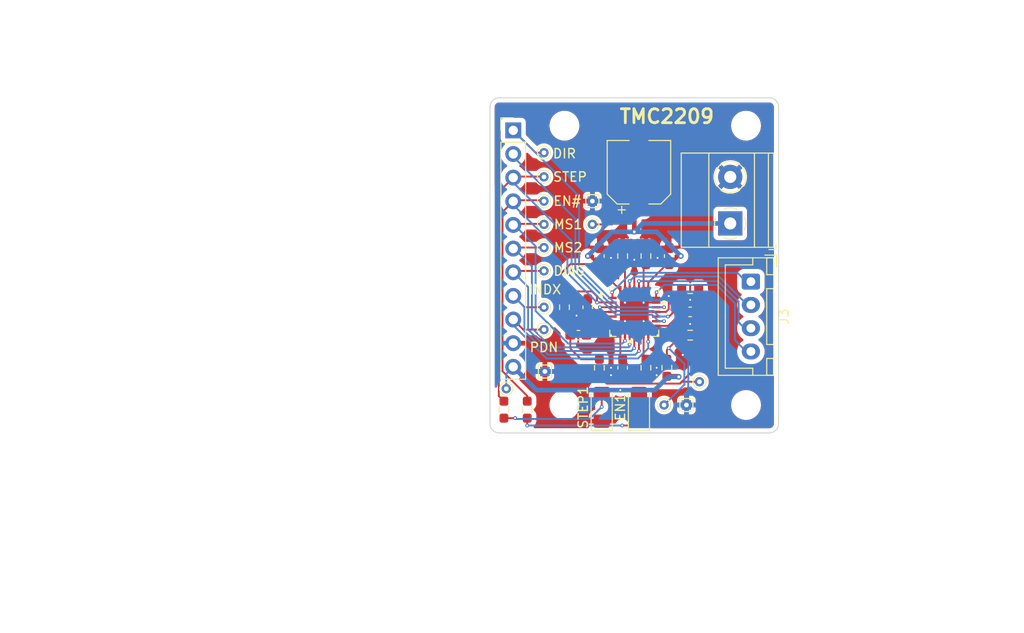
<source format=kicad_pcb>
(kicad_pcb (version 20240108) (generator "pcbnew") (generator_version "8.0")
  (layers (0 "F.Cu" signal) (31 "B.Cu" signal) (34 "B.Paste" user) (35 "F.Paste" user) (36 "B.SilkS" user "B.Silkscreen") (37 "F.SilkS" user "F.Silkscreen") (38 "B.Mask" user) (39 "F.Mask" user) (44 "Edge.Cuts" user))
  (net 0 "")
  (net 1 "GND")
  (net 2 "+3V3")
  (net 3 "/VCC_IO")
  (net 4 "+5V")
  (net 5 "/CPI")
  (net 6 "/CPO")
  (net 7 "/VCP")
  (net 8 "/VS")
  (net 9 "/EN#")
  (net 10 "/DIR")
  (net 11 "/MS1")
  (net 12 "/MS2")
  (net 13 "/STEP")
  (net 14 "/DIAG")
  (net 15 "/INDEX")
  (net 16 "/PDN_UART")
  (net 17 "/OA1")
  (net 18 "/OA2")
  (net 19 "/OB1")
  (net 20 "/OB2")
  (net 21 "/BRB")
  (net 22 "/BRA")
  (net 23 "/VREF")
  (net 24 "/CLK")
  (net 25 "Net-(STEP1-Pad2)")
  (net 26 "Net-(EN1-Pad1)")
  (footprint "TestPoint:TestPoint_THTPad_D1.0mm_Drill0.5mm" (layer "F.Cu") (at 147.3 43.9)
    (property "Reference" "TP2" (hide yes))
    (property "Value" "DIR" (at 2.2 0.1 0) (layer "F.SilkS"))
    (pad "1" thru_hole circle (at 0 0) (size 1 1) (drill 0.5) (layers "*.Cu" "*.Mask") (net 10 "/DIR"))
  )
  (footprint "TestPoint:TestPoint_THTPad_1.0x1.0mm_Drill0.5mm" (layer "F.Cu") (at 152.5 49.1)
    (property "Reference" "TP20" (hide yes))
    (property "Value" "TestPoint")
    (pad "1" thru_hole rect (at 0 0) (size 1 1) (drill 0.5) (layers "*.Cu" "*.Mask") (net 1 "GND"))
  )
  (footprint "MountingHole:MountingHole_2.2mm_M2" (layer "F.Cu") (at 149.5 71)
    (property "Reference" "H2" (hide yes))
    (property "Value" "MountingHole")
    (pad "" np_thru_hole circle (at 0 0) (size 2.2 2.2) (drill 2.2) (layers "*.Cu" "*.Mask"))
  )
  (footprint "Capacitor_SMD:C_0603_1608Metric_Pad1.08x0.95mm_HandSolder" (layer "F.Cu") (at 163 61)
    (property "Reference" "C4" (hide yes))
    (property "Value" "100n")
    (pad "1" smd roundrect (at -0.8625 0) (size 1.075 0.95) (layers "F.Cu" "F.Paste" "F.Mask") (net 3 "/VCC_IO"))
    (pad "2" smd roundrect (at 0.8625 0) (size 1.075 0.95) (layers "F.Cu" "F.Paste" "F.Mask") (net 1 "GND"))
  )
  (footprint "TestPoint:TestPoint_THTPad_D1.0mm_Drill0.5mm" (layer "F.Cu") (at 164 68.5)
    (property "Reference" "TP15" (hide yes))
    (property "Value" "TestPoint")
    (pad "1" thru_hole circle (at 0 0) (size 1 1) (drill 0.5) (layers "*.Cu" "*.Mask") (net 4 "+5V"))
  )
  (footprint "TestPoint:TestPoint_THTPad_D1.0mm_Drill0.5mm" (layer "F.Cu") (at 147.3 54.1)
    (property "Reference" "TP4" (hide yes))
    (property "Value" "MS2" (at 2.6 0 0) (layer "F.SilkS"))
    (pad "1" thru_hole circle (at 0 0) (size 1 1) (drill 0.5) (layers "*.Cu" "*.Mask") (net 12 "/MS2"))
  )
  (footprint "Connector_JST:JST_XH_B4B-XH-A_1x04_P2.50mm_Vertical" (layer "F.Cu") (at 169.525 57.75 -90)
    (property "Reference" "J3" (at 3.75 -3.55 90) (layer "F.SilkS"))
    (property "Value" "Conn_01x04")
    (pad "1" thru_hole roundrect (at 0 0 270) (size 1.7 1.95) (drill 0.95) (layers "*.Cu" "*.Mask") (roundrect_rratio 0.147059) (net 20 "/OB2"))
    (pad "2" thru_hole oval (at 2.5 0 270) (size 1.7 1.95) (drill 0.95) (layers "*.Cu" "*.Mask") (net 19 "/OB1"))
    (pad "3" thru_hole oval (at 5 0 270) (size 1.7 1.95) (drill 0.95) (layers "*.Cu" "*.Mask") (net 17 "/OA1"))
    (pad "4" thru_hole oval (at 7.5 0 270) (size 1.7 1.95) (drill 0.95) (layers "*.Cu" "*.Mask") (net 18 "/OA2"))
  )
  (footprint "TestPoint:TestPoint_THTPad_D1.0mm_Drill0.5mm" (layer "F.Cu") (at 147.3 56.6)
    (property "Reference" "TP6" (hide yes))
    (property "Value" "DIAG" (at 2.7 0 0) (layer "F.SilkS"))
    (pad "1" thru_hole circle (at 0 0) (size 1 1) (drill 0.5) (layers "*.Cu" "*.Mask") (net 14 "/DIAG"))
  )
  (footprint "TestPoint:TestPoint_THTPad_1.0x1.0mm_Drill0.5mm" (layer "F.Cu") (at 162.6 71)
    (property "Reference" "TP19" (hide yes))
    (property "Value" "TestPoint")
    (pad "1" thru_hole rect (at 0 0) (size 1 1) (drill 0.5) (layers "*.Cu" "*.Mask") (net 1 "GND"))
  )
  (footprint "Resistor_SMD:R_0603_1608Metric_Pad0.98x0.95mm_HandSolder" (layer "F.Cu") (at 160.5 67 -90)
    (property "Reference" "R6" (hide yes))
    (property "Value" "0")
    (pad "1" smd roundrect (at -0.9125 0 270) (size 0.975 0.95) (layers "F.Cu" "F.Paste" "F.Mask") (net 3 "/VCC_IO"))
    (pad "2" smd roundrect (at 0.9125 0 270) (size 0.975 0.95) (layers "F.Cu" "F.Paste" "F.Mask") (net 2 "+3V3"))
  )
  (footprint "Capacitor_SMD:C_0603_1608Metric_Pad1.08x0.95mm_HandSolder" (layer "F.Cu") (at 155.75 67 -90)
    (property "Reference" "C1" (hide yes))
    (property "Value" "2.2u")
    (pad "1" smd roundrect (at -0.8625 0 270) (size 1.075 0.95) (layers "F.Cu" "F.Paste" "F.Mask") (net 4 "+5V"))
    (pad "2" smd roundrect (at 0.8625 0 270) (size 1.075 0.95) (layers "F.Cu" "F.Paste" "F.Mask") (net 1 "GND"))
  )
  (footprint "LED_SMD:LED_1206_3216Metric_Pad1.42x1.75mm_HandSolder" (layer "F.Cu") (at 153.5 71.25 90)
    (property "Reference" "STEP1" (at 0 -2 90) (layer "F.SilkS"))
    (property "Value" "GREEN")
    (pad "1" smd roundrect (at -1.4875 0 90) (size 1.425 1.75) (layers "F.Cu" "F.Paste" "F.Mask") (roundrect_rratio 0.1754392982) (net 1 "GND"))
    (pad "2" smd roundrect (at 1.4875 0 90) (size 1.425 1.75) (layers "F.Cu" "F.Paste" "F.Mask") (roundrect_rratio 0.1754392982) (net 25 "Net-(STEP1-Pad2)"))
  )
  (footprint "MountingHole:MountingHole_2.2mm_M2" (layer "F.Cu") (at 149.5 41)
    (property "Reference" "H1" (hide yes))
    (property "Value" "MountingHole")
    (pad "" np_thru_hole circle (at 0 0) (size 2.2 2.2) (drill 2.2) (layers "*.Cu" "*.Mask"))
  )
  (footprint "TestPoint:TestPoint_THTPad_D1.0mm_Drill0.5mm" (layer "F.Cu") (at 147.3 49.1)
    (property "Reference" "TP1" (hide yes))
    (property "Value" "EN#" (at 2.5 0 0) (layer "F.SilkS"))
    (pad "1" thru_hole circle (at 0 0) (size 1 1) (drill 0.5) (layers "*.Cu" "*.Mask") (net 9 "/EN#"))
  )
  (footprint "TMC2208-LA:TMC2208-LA" (layer "F.Cu") (at 157 61)
    (property "Reference" "U1")
    (property "Value" "TMC2208-LA" (hide yes))
    (fp_text user "*" (at -3.5893 -1.5 0) (layer "F.SilkS"))
    (pad "1" smd rect (at -2.3471 -1.5 90) (size 0.2548 0.909599) (layers "F.Cu" "F.Paste" "F.Mask") (net 20 "/OB2"))
    (pad "2" smd rect (at -2.3471 -1.000001 90) (size 0.2548 0.909599) (layers "F.Cu" "F.Paste" "F.Mask") (net 9 "/EN#"))
    (pad "3" smd rect (at -2.3471 -0.499999 90) (size 0.2548 0.909599) (layers "F.Cu" "F.Paste" "F.Mask") (net 1 "GND"))
    (pad "4" smd rect (at -2.3471 0 90) (size 0.2548 0.909599) (layers "F.Cu" "F.Paste" "F.Mask") (net 6 "/CPO"))
    (pad "5" smd rect (at -2.3471 0.499999 90) (size 0.2548 0.909599) (layers "F.Cu" "F.Paste" "F.Mask") (net 5 "/CPI"))
    (pad "6" smd rect (at -2.3471 1.000001 90) (size 0.2548 0.909599) (layers "F.Cu" "F.Paste" "F.Mask") (net 7 "/VCP"))
    (pad "7" smd rect (at -2.3471 1.5 90) (size 0.2548 0.909599) (layers "F.Cu" "F.Paste" "F.Mask") (net 1 "GND"))
    (pad "8" smd rect (at -1.5 2.3471) (size 0.2548 0.909599) (layers "F.Cu" "F.Paste" "F.Mask") (net 4 "+5V"))
    (pad "9" smd rect (at -1.000001 2.3471) (size 0.2548 0.909599) (layers "F.Cu" "F.Paste" "F.Mask") (net 11 "/MS1"))
    (pad "10" smd rect (at -0.499999 2.3471) (size 0.2548 0.909599) (layers "F.Cu" "F.Paste" "F.Mask") (net 12 "/MS2"))
    (pad "11" smd rect (at 0 2.3471) (size 0.2548 0.909599) (layers "F.Cu" "F.Paste" "F.Mask") (net 14 "/DIAG"))
    (pad "12" smd rect (at 0.499999 2.3471) (size 0.2548 0.909599) (layers "F.Cu" "F.Paste" "F.Mask") (net 15 "/INDEX"))
    (pad "13" smd rect (at 1.000001 2.3471) (size 0.2548 0.909599) (layers "F.Cu" "F.Paste" "F.Mask") (net 24 "/CLK"))
    (pad "14" smd rect (at 1.5 2.3471) (size 0.2548 0.909599) (layers "F.Cu" "F.Paste" "F.Mask") (net 16 "/PDN_UART"))
    (pad "15" smd rect (at 2.3471 1.5 90) (size 0.2548 0.909599) (layers "F.Cu" "F.Paste" "F.Mask") (net 3 "/VCC_IO"))
    (pad "16" smd rect (at 2.3471 1.000001 90) (size 0.2548 0.909599) (layers "F.Cu" "F.Paste" "F.Mask") (net 13 "/STEP"))
    (pad "17" smd rect (at 2.3471 0.499999 90) (size 0.2548 0.909599) (layers "F.Cu" "F.Paste" "F.Mask") (net 23 "/VREF"))
    (pad "18" smd rect (at 2.3471 0 90) (size 0.2548 0.909599) (layers "F.Cu" "F.Paste" "F.Mask") (net 1 "GND"))
    (pad "19" smd rect (at 2.3471 -0.499999 90) (size 0.2548 0.909599) (layers "F.Cu" "F.Paste" "F.Mask") (net 10 "/DIR"))
    (pad "20" smd rect (at 2.3471 -1.000001 90) (size 0.2548 0.909599) (layers "F.Cu" "F.Paste" "F.Mask") (net 1 "GND"))
    (pad "21" smd rect (at 2.3471 -1.5 90) (size 0.2548 0.909599) (layers "F.Cu" "F.Paste" "F.Mask") (net 18 "/OA2"))
    (pad "22" smd rect (at 1.5 -2.3471) (size 0.2548 0.909599) (layers "F.Cu" "F.Paste" "F.Mask") (net 8 "/VS"))
    (pad "23" smd rect (at 1.000001 -2.3471) (size 0.2548 0.909599) (layers "F.Cu" "F.Paste" "F.Mask") (net 22 "/BRA"))
    (pad "24" smd rect (at 0.499999 -2.3471) (size 0.2548 0.909599) (layers "F.Cu" "F.Paste" "F.Mask") (net 17 "/OA1"))
    (pad "25" smd rect (at 0 -2.3471) (size 0.2548 0.909599) (layers "F.Cu" "F.Paste" "F.Mask") (net 1 "GND"))
    (pad "26" smd rect (at -0.499999 -2.3471) (size 0.2548 0.909599) (layers "F.Cu" "F.Paste" "F.Mask") (net 19 "/OB1"))
    (pad "27" smd rect (at -1.000001 -2.3471) (size 0.2548 0.909599) (layers "F.Cu" "F.Paste" "F.Mask") (net 21 "/BRB"))
    (pad "28" smd rect (at -1.5 -2.3471) (size 0.2548 0.909599) (layers "F.Cu" "F.Paste" "F.Mask") (net 8 "/VS"))
    (pad "29" smd rect (at 0 0) (size 3.0988 3.0988) (layers "F.Cu" "F.Paste" "F.Mask") (net 1 "GND"))
  )
  (footprint "Resistor_SMD:R_0603_1608Metric_Pad0.98x0.95mm_HandSolder" (layer "F.Cu") (at 158.25 55 -90)
    (property "Reference" "R3" (hide yes))
    (property "Value" "0.75")
    (pad "1" smd roundrect (at -0.9125 0 270) (size 0.975 0.95) (layers "F.Cu" "F.Paste" "F.Mask") (net 1 "GND"))
    (pad "2" smd roundrect (at 0.9125 0 270) (size 0.975 0.95) (layers "F.Cu" "F.Paste" "F.Mask") (net 22 "/BRA"))
  )
  (footprint "Resistor_SMD:R_0603_1608Metric_Pad0.98x0.95mm_HandSolder" (layer "F.Cu") (at 153.25 67 -90)
    (property "Reference" "R8" (hide yes))
    (property "Value" "0")
    (pad "1" smd roundrect (at -0.9125 0 270) (size 0.975 0.95) (layers "F.Cu" "F.Paste" "F.Mask") (net 8 "/VS"))
    (pad "2" smd roundrect (at 0.9125 0 270) (size 0.975 0.95) (layers "F.Cu" "F.Paste" "F.Mask") (net 4 "+5V"))
  )
  (footprint "Capacitor_SMD:C_0603_1608Metric_Pad1.08x0.95mm_HandSolder" (layer "F.Cu") (at 153.25 55 90)
    (property "Reference" "C5" (hide yes))
    (property "Value" "100n")
    (pad "1" smd roundrect (at -0.8625 0 90) (size 1.075 0.95) (layers "F.Cu" "F.Paste" "F.Mask") (net 8 "/VS"))
    (pad "2" smd roundrect (at 0.8625 0 90) (size 1.075 0.95) (layers "F.Cu" "F.Paste" "F.Mask") (net 1 "GND"))
  )
  (footprint "LED_SMD:LED_1206_3216Metric_Pad1.42x1.75mm_HandSolder" (layer "F.Cu") (at 157.5 71.25 90)
    (property "Reference" "EN1" (at 0 -2 90) (layer "F.SilkS"))
    (property "Value" "RED")
    (pad "1" smd roundrect (at -1.4875 0 90) (size 1.425 1.75) (layers "F.Cu" "F.Paste" "F.Mask") (roundrect_rratio 0.1754392982) (net 26 "Net-(EN1-Pad1)"))
    (pad "2" smd roundrect (at 1.4875 0 90) (size 1.425 1.75) (layers "F.Cu" "F.Paste" "F.Mask") (roundrect_rratio 0.1754392982) (net 2 "+3V3"))
  )
  (footprint "Connector_PinHeader_2.54mm:PinHeader_1x11_P2.54mm_Vertical" (layer "F.Cu") (at 144 41.5)
    (property "Reference" "J1" (hide yes))
    (property "Value" "Conn_01x11")
    (pad "1" thru_hole rect (at 0 0) (size 1.7 1.7) (drill 1) (layers "*.Cu" "*.Mask") (net 10 "/DIR"))
    (pad "2" thru_hole oval (at 0 2.54) (size 1.7 1.7) (drill 1) (layers "*.Cu" "*.Mask") (net 23 "/VREF"))
    (pad "3" thru_hole oval (at 0 5.08) (size 1.7 1.7) (drill 1) (layers "*.Cu" "*.Mask") (net 13 "/STEP"))
    (pad "4" thru_hole oval (at 0 7.62) (size 1.7 1.7) (drill 1) (layers "*.Cu" "*.Mask") (net 9 "/EN#"))
    (pad "5" thru_hole oval (at 0 10.16) (size 1.7 1.7) (drill 1) (layers "*.Cu" "*.Mask") (net 11 "/MS1"))
    (pad "6" thru_hole oval (at 0 12.7) (size 1.7 1.7) (drill 1) (layers "*.Cu" "*.Mask") (net 12 "/MS2"))
    (pad "7" thru_hole oval (at 0 15.24) (size 1.7 1.7) (drill 1) (layers "*.Cu" "*.Mask") (net 14 "/DIAG"))
    (pad "8" thru_hole oval (at 0 17.78) (size 1.7 1.7) (drill 1) (layers "*.Cu" "*.Mask") (net 15 "/INDEX"))
    (pad "9" thru_hole oval (at 0 20.32) (size 1.7 1.7) (drill 1) (layers "*.Cu" "*.Mask") (net 16 "/PDN_UART"))
    (pad "10" thru_hole oval (at 0 22.86) (size 1.7 1.7) (drill 1) (layers "*.Cu" "*.Mask") (net 1 "GND"))
    (pad "11" thru_hole oval (at 0 25.4) (size 1.7 1.7) (drill 1) (layers "*.Cu" "*.Mask") (net 2 "+3V3"))
  )
  (footprint "Resistor_SMD:R_0603_1608Metric_Pad0.98x0.95mm_HandSolder" (layer "F.Cu") (at 143 71.5 -90)
    (property "Reference" "R10" (hide yes))
    (property "Value" "100")
    (pad "1" smd roundrect (at -0.9125 0 270) (size 0.975 0.95) (layers "F.Cu" "F.Paste" "F.Mask") (net 13 "/STEP"))
    (pad "2" smd roundrect (at 0.9125 0 270) (size 0.975 0.95) (layers "F.Cu" "F.Paste" "F.Mask") (net 25 "Net-(STEP1-Pad2)"))
  )
  (footprint "TestPoint:TestPoint_THTPad_D1.0mm_Drill0.5mm" (layer "F.Cu") (at 147.3 60.5)
    (property "Reference" "TP7" (hide yes))
    (property "Value" "INDX" (at 0.1 -1.9 0) (layer "F.SilkS"))
    (pad "1" thru_hole circle (at 0 0) (size 1 1) (drill 0.5) (layers "*.Cu" "*.Mask") (net 15 "/INDEX"))
  )
  (footprint "Resistor_SMD:R_0603_1608Metric_Pad0.98x0.95mm_HandSolder" (layer "F.Cu") (at 155.75 55 90)
    (property "Reference" "R2" (hide yes))
    (property "Value" "0.75")
    (pad "1" smd roundrect (at -0.9125 0 90) (size 0.975 0.95) (layers "F.Cu" "F.Paste" "F.Mask") (net 21 "/BRB"))
    (pad "2" smd roundrect (at 0.9125 0 90) (size 0.975 0.95) (layers "F.Cu" "F.Paste" "F.Mask") (net 1 "GND"))
  )
  (footprint "Capacitor_SMD:C_0603_1608Metric_Pad1.08x0.95mm_HandSolder" (layer "F.Cu") (at 151 63.5 180)
    (property "Reference" "C3" (hide yes))
    (property "Value" "100n")
    (pad "1" smd roundrect (at -0.8625 0 180) (size 1.075 0.95) (layers "F.Cu" "F.Paste" "F.Mask") (net 7 "/VCP"))
    (pad "2" smd roundrect (at 0.8625 0 180) (size 1.075 0.95) (layers "F.Cu" "F.Paste" "F.Mask") (net 8 "/VS"))
  )
  (footprint "TestPoint:TestPoint_THTPad_D1.0mm_Drill0.5mm" (layer "F.Cu") (at 147.3 46.5)
    (property "Reference" "TP5" (hide yes))
    (property "Value" "STEP" (at 2.8 0 0) (layer "F.SilkS"))
    (pad "1" thru_hole circle (at 0 0) (size 1 1) (drill 0.5) (layers "*.Cu" "*.Mask") (net 13 "/STEP"))
  )
  (footprint "Resistor_SMD:R_0603_1608Metric_Pad0.98x0.95mm_HandSolder" (layer "F.Cu") (at 149.5 60.5 90)
    (property "Reference" "R1" (hide yes))
    (property "Value" "0")
    (pad "1" smd roundrect (at -0.9125 0 90) (size 0.975 0.95) (layers "F.Cu" "F.Paste" "F.Mask") (net 1 "GND"))
    (pad "2" smd roundrect (at 0.9125 0 90) (size 0.975 0.95) (layers "F.Cu" "F.Paste" "F.Mask") (net 9 "/EN#"))
  )
  (footprint "Resistor_SMD:R_0603_1608Metric_Pad0.98x0.95mm_HandSolder" (layer "F.Cu") (at 158.25 67 90)
    (property "Reference" "R7" (hide yes))
    (property "Value" "0")
    (pad "1" smd roundrect (at -0.9125 0 90) (size 0.975 0.95) (layers "F.Cu" "F.Paste" "F.Mask") (net 1 "GND"))
    (pad "2" smd roundrect (at 0.9125 0 90) (size 0.975 0.95) (layers "F.Cu" "F.Paste" "F.Mask") (net 24 "/CLK"))
  )
  (footprint "MountingHole:MountingHole_2.2mm_M2" (layer "F.Cu") (at 169 41)
    (property "Reference" "H4" (hide yes))
    (property "Value" "MountingHole")
    (pad "" np_thru_hole circle (at 0 0) (size 2.2 2.2) (drill 2.2) (layers "*.Cu" "*.Mask"))
  )
  (footprint "Capacitor_SMD:C_0603_1608Metric_Pad1.08x0.95mm_HandSolder" (layer "F.Cu") (at 152 60.5 90)
    (property "Reference" "C2" (hide yes))
    (property "Value" "22n")
    (pad "1" smd roundrect (at -0.8625 0 90) (size 1.075 0.95) (layers "F.Cu" "F.Paste" "F.Mask") (net 5 "/CPI"))
    (pad "2" smd roundrect (at 0.8625 0 90) (size 1.075 0.95) (layers "F.Cu" "F.Paste" "F.Mask") (net 6 "/CPO"))
  )
  (footprint "TerminalBlock_Phoenix:TerminalBlock_Phoenix_MKDS-1,5-2_1x02_P5.00mm_Horizontal" (layer "F.Cu") (at 167.305 51.5 90)
    (property "Reference" "J4" (hide yes))
    (property "Value" "Conn_01x02")
    (pad "1" thru_hole rect (at 0 0 90) (size 2.6 2.6) (drill 1.3) (layers "*.Cu" "*.Mask") (net 8 "/VS"))
    (pad "2" thru_hole circle (at 5 0 90) (size 2.6 2.6) (drill 1.3) (layers "*.Cu" "*.Mask") (net 1 "GND"))
  )
  (footprint "TestPoint:TestPoint_THTPad_D1.0mm_Drill0.5mm" (layer "F.Cu") (at 147.3 51.6)
    (property "Reference" "TP3" (hide yes))
    (property "Value" "MS1" (at 2.6 0 0) (layer "F.SilkS"))
    (pad "1" thru_hole circle (at 0 0) (size 1 1) (drill 0.5) (layers "*.Cu" "*.Mask") (net 11 "/MS1"))
  )
  (footprint "Capacitor_SMD:CP_Elec_6.3x5.4" (layer "F.Cu") (at 157.5 46 90)
    (property "Reference" "C7" (hide yes))
    (property "Value" "100u")
    (pad "1" smd roundrect (at -2.8 0 90) (size 3.5 1.6) (layers "F.Cu" "F.Paste" "F.Mask") (roundrect_rratio 0.15625) (net 8 "/VS"))
    (pad "2" smd roundrect (at 2.8 0 90) (size 3.5 1.6) (layers "F.Cu" "F.Paste" "F.Mask") (roundrect_rratio 0.15625) (net 1 "GND"))
  )
  (footprint "Capacitor_SMD:C_0603_1608Metric_Pad1.08x0.95mm_HandSolder" (layer "F.Cu") (at 160.75 55 90)
    (property "Reference" "C6" (hide yes))
    (property "Value" "100n")
    (pad "1" smd roundrect (at -0.8625 0 90) (size 1.075 0.95) (layers "F.Cu" "F.Paste" "F.Mask") (net 8 "/VS"))
    (pad "2" smd roundrect (at 0.8625 0 90) (size 1.075 0.95) (layers "F.Cu" "F.Paste" "F.Mask") (net 1 "GND"))
  )
  (footprint "TestPoint:TestPoint_THTPad_D1.0mm_Drill0.5mm" (layer "F.Cu") (at 152.5 51.6)
    (property "Reference" "TP14" (hide yes))
    (property "Value" "TestPoint")
    (pad "1" thru_hole circle (at 0 0) (size 1 1) (drill 0.5) (layers "*.Cu" "*.Mask") (net 8 "/VS"))
  )
  (footprint "Resistor_SMD:R_0603_1608Metric_Pad0.98x0.95mm_HandSolder" (layer "F.Cu") (at 163 58.5 180)
    (property "Reference" "R5" (hide yes))
    (property "Value" "33k")
    (pad "1" smd roundrect (at -0.9125 0 180) (size 0.975 0.95) (layers "F.Cu" "F.Paste" "F.Mask") (net 4 "+5V"))
    (pad "2" smd roundrect (at 0.9125 0 180) (size 0.975 0.95) (layers "F.Cu" "F.Paste" "F.Mask") (net 23 "/VREF"))
  )
  (footprint "MountingHole:MountingHole_2.2mm_M2" (layer "F.Cu") (at 169 71)
    (property "Reference" "H3" (hide yes))
    (property "Value" "MountingHole")
    (pad "" np_thru_hole circle (at 0 0) (size 2.2 2.2) (drill 2.2) (layers "*.Cu" "*.Mask"))
  )
  (footprint "TestPoint:TestPoint_THTPad_D1.0mm_Drill0.5mm" (layer "F.Cu") (at 160.2 71)
    (property "Reference" "TP12" (hide yes))
    (property "Value" "TestPoint")
    (pad "1" thru_hole circle (at 0 0) (size 1 1) (drill 0.5) (layers "*.Cu" "*.Mask") (net 3 "/VCC_IO"))
  )
  (footprint "Fiducial:Fiducial_0.5mm_Mask1.5mm" (layer "F.Cu") (at 153.5 41)
    (property "Reference" "FID1" (hide yes))
    (property "Value" "Fiducial")
    (pad "" smd circle (at 0 0) (size 0.5 0.5) (layers "F.Cu" "F.Mask") (clearance 0.5))
  )
  (footprint "TestPoint:TestPoint_THTPad_1.0x1.0mm_Drill0.5mm" (layer "F.Cu") (at 147.4 67.4)
    (property "Reference" "TP18" (hide yes))
    (property "Value" "TestPoint")
    (pad "1" thru_hole rect (at 0 0) (size 1 1) (drill 0.5) (layers "*.Cu" "*.Mask") (net 1 "GND"))
  )
  (footprint "Fiducial:Fiducial_0.5mm_Mask1.5mm" (layer "F.Cu") (at 165 71)
    (property "Reference" "FID2" (hide yes))
    (property "Value" "Fiducial")
    (pad "" smd circle (at 0 0) (size 0.5 0.5) (layers "F.Cu" "F.Mask") (clearance 0.5))
  )
  (footprint "Resistor_SMD:R_0603_1608Metric_Pad0.98x0.95mm_HandSolder" (layer "F.Cu") (at 163 63.5)
    (property "Reference" "R4" (hide yes))
    (property "Value" "0")
    (pad "1" smd roundrect (at -0.9125 0) (size 0.975 0.95) (layers "F.Cu" "F.Paste" "F.Mask") (net 3 "/VCC_IO"))
    (pad "2" smd roundrect (at 0.9125 0) (size 0.975 0.95) (layers "F.Cu" "F.Paste" "F.Mask") (net 4 "+5V"))
  )
  (footprint "TestPoint:TestPoint_THTPad_D1.0mm_Drill0.5mm" (layer "F.Cu") (at 143.25 69.25)
    (property "Reference" "TP16" (hide yes))
    (property "Value" "TestPoint")
    (pad "1" thru_hole circle (at 0 0) (size 1 1) (drill 0.5) (layers "*.Cu" "*.Mask") (net 2 "+3V3"))
  )
  (footprint "Resistor_SMD:R_0603_1608Metric_Pad0.98x0.95mm_HandSolder" (layer "F.Cu") (at 145.5 71.5 90)
    (property "Reference" "R9" (hide yes))
    (property "Value" "100")
    (pad "1" smd roundrect (at -0.9125 0 90) (size 0.975 0.95) (layers "F.Cu" "F.Paste" "F.Mask") (net 26 "Net-(EN1-Pad1)"))
    (pad "2" smd roundrect (at 0.9125 0 90) (size 0.975 0.95) (layers "F.Cu" "F.Paste" "F.Mask") (net 9 "/EN#"))
  )
  (footprint "TestPoint:TestPoint_THTPad_D1.0mm_Drill0.5mm" (layer "F.Cu") (at 147.3 62.9)
    (property "Reference" "TP8" (hide yes))
    (property "Value" "PDN" (at 0 1.9 0) (layer "F.SilkS"))
    (pad "1" thru_hole circle (at 0 0) (size 1 1) (drill 0.5) (layers "*.Cu" "*.Mask") (net 16 "/PDN_UART"))
  )
  (gr_line (start 141.5 73) (end 141.5 39) (stroke (width 0.1)) (layer "Edge.Cuts"))
  (gr_arc (start 141.5 39) (mid 141.792893 38.292893) (end 142.5 38) (stroke (width 0.1)) (layer "Edge.Cuts"))
  (gr_arc (start 171.5 38) (mid 172.207107 38.292893) (end 172.5 39) (stroke (width 0.1)) (layer "Edge.Cuts"))
  (gr_line (start 171.5 74) (end 142.5 74) (stroke (width 0.1)) (layer "Edge.Cuts"))
  (gr_line (start 172.5 39) (end 172.5 73) (stroke (width 0.1)) (layer "Edge.Cuts"))
  (gr_line (start 157 38) (end 142.5 38) (stroke (width 0.1)) (layer "Edge.Cuts"))
  (gr_line (start 157 38) (end 171.5 38) (stroke (width 0.1)) (layer "Edge.Cuts"))
  (gr_arc (start 142.5 74) (mid 141.792893 73.707107) (end 141.5 73) (stroke (width 0.1)) (layer "Edge.Cuts"))
  (gr_arc (start 172.5 73) (mid 172.207107 73.707107) (end 171.5 74) (stroke (width 0.1)) (layer "Edge.Cuts"))
  (gr_text "TMC2209\n" (at 160.5 40 0) (layer "F.SilkS") (effects (font (size 1.5 1.5) (thickness 0.3))))
  (segment (start 154.6529 60.500001) (end 153.3 60.5) (width 0.2) (layer "F.Cu") (net 1))
  (segment (start 160.407107 61) (end 160.7 60.707107) (width 0.2) (layer "F.Cu") (net 1))
  (segment (start 150.975 64.575) (end 151.4 65) (width 0.2) (layer "F.Cu") (net 1))
  (segment (start 155.5 62.5) (end 154.6529 62.5) (width 0.2) (layer "F.Cu") (net 1))
  (segment (start 160.7 60.707107) (end 160.7 59.3) (width 0.2) (layer "F.Cu") (net 1))
  (segment (start 157 61) (end 156.500001 60.500001) (width 0.2) (layer "F.Cu") (net 1))
  (segment (start 154.6529 63.3471) (end 154.5 63.5) (width 0.2) (layer "F.Cu") (net 1))
  (segment (start 163 64.83514) (end 163 62.3) (width 0.2) (layer "F.Cu") (net 1))
  (segment (start 156.500001 60.500001) (end 154.6529 60.500001) (width 0.2) (layer "F.Cu") (net 1))
  (segment (start 157 61) (end 157 58.6529) (width 0.2) (layer "F.Cu") (net 1))
  (segment (start 162.21757 65.61757) (end 163 64.83514) (width 0.2) (layer "F.Cu") (net 1))
  (segment (start 154.6529 62.5) (end 154.6529 63.3471) (width 0.2) (layer "F.Cu") (net 1))
  (segment (start 150.975 61.575) (end 150.975 64.575) (width 0.2) (layer "F.Cu") (net 1))
  (segment (start 163 59.7) (end 163 57.4) (width 0.2) (layer "F.Cu") (net 1))
  (segment (start 159.4 67) (end 160.83514 67) (width 0.2) (layer "F.Cu") (net 1))
  (segment (start 160.83514 67) (end 162.21757 65.61757) (width 0.2) (layer "F.Cu") (net 1))
  (segment (start 157 58.6529) (end 157 55.4) (width 0.2) (layer "F.Cu") (net 1))
  (segment (start 150.8 61.4) (end 150.975 61.575) (width 0.2) (layer "F.Cu") (net 1))
  (segment (start 157 61) (end 159.3471 61) (width 0.2) (layer "F.Cu") (net 1))
  (segment (start 158 60) (end 159.3471 59.999999) (width 0.2) (layer "F.Cu") (net 1))
  (segment (start 159.3471 61) (end 160.407107 61) (width 0.2) (layer "F.Cu") (net 1))
  (segment (start 156 62) (end 155.5 62.5) (width 0.2) (layer "F.Cu") (net 1))
  (segment (start 154.5 67) (end 152.2 67) (width 0.2) (layer "F.Cu") (net 1))
  (via (at 153.3 60.5) (size 0.4) (drill 0.2) (layers "F.Cu" "B.Cu") (net 1))
  (via (at 159.5 63.5) (size 0.4) (drill 0.2) (layers "F.Cu" "B.Cu") (net 1))
  (via (at 156 60) (size 0.4) (drill 0.2) (layers "F.Cu" "B.Cu") (net 1))
  (via (at 158 62) (size 0.4) (drill 0.2) (layers "F.Cu" "B.Cu") (net 1))
  (via (at 162.21757 65.61757) (size 0.4) (drill 0.2) (layers "F.Cu" "B.Cu") (net 1))
  (via (at 154.5 67.8) (size 0.4) (drill 0.2) (layers "F.Cu" "B.Cu") (net 1))
  (via (at 159.4 67.8) (size 0.4) (drill 0.2) (layers "F.Cu" "B.Cu") (net 1))
  (via (at 163 59.7) (size 0.4) (drill 0.2) (layers "F.Cu" "B.Cu") (net 1))
  (via (at 163 62.3) (size 0.4) (drill 0.2) (layers "F.Cu" "B.Cu") (net 1))
  (via (at 158 60) (size 0.4) (drill 0.2) (layers "F.Cu" "B.Cu") (net 1))
  (via (at 154.5 55.2) (size 0.4) (drill 0.2) (layers "F.Cu" "B.Cu") (net 1))
  (via (at 156 62) (size 0.4) (drill 0.2) (layers "F.Cu" "B.Cu") (net 1))
  (via (at 150.8 61.4) (size 0.4) (drill 0.2) (layers "F.Cu" "B.Cu") (net 1))
  (via (at 159.5 55.2) (size 0.4) (drill 0.2) (layers "F.Cu" "B.Cu") (net 1))
  (via (at 157 55.4) (size 0.4) (drill 0.2) (layers "F.Cu" "B.Cu") (net 1))
  (via (at 160.7 59.3) (size 0.4) (drill 0.2) (layers "F.Cu" "B.Cu") (net 1))
  (via (at 154.5 63.5) (size 0.4) (drill 0.2) (layers "F.Cu" "B.Cu") (net 1))
  (via (at 159.4 67) (size 0.4) (drill 0.2) (layers "F.Cu" "B.Cu") (net 1))
  (via (at 154.5 67) (size 0.4) (drill 0.2) (layers "F.Cu" "B.Cu") (net 1))
  (segment (start 162.8 70.8) (end 162.8 66.2) (width 0.2) (layer "B.Cu") (net 1))
  (segment (start 156 60) (end 156 59.5) (width 0.2) (layer "B.Cu") (net 1))
  (segment (start 162.8 66.2) (end 162.21757 65.61757) (width 0.2) (layer "B.Cu") (net 1))
  (segment (start 162.6 71) (end 162.8 70.8) (width 0.2) (layer "B.Cu") (net 1))
  (segment (start 158 60) (end 158 59.5) (width 0.2) (layer "B.Cu") (net 1))
  (segment (start 161.776089 67.976089) (end 161.7125 67.9125) (width 0.5) (layer "F.Cu") (net 2))
  (segment (start 157.137499 69.399999) (end 155.500001 69.399999) (width 0.2) (layer "F.Cu") (net 2))
  (segment (start 157.5 69.7625) (end 157.137499 69.399999) (width 0.2) (layer "F.Cu") (net 2))
  (segment (start 161.7125 67.9125) (end 160.5 67.9125) (width 0.5) (layer "F.Cu") (net 2))
  (via (at 155.500001 69.399999) (size 0.4) (drill 0.2) (layers "F.Cu" "B.Cu") (net 2))
  (via (at 161.776089 67.976089) (size 0.6) (drill 0.3) (layers "F.Cu" "B.Cu") (net 2))
  (segment (start 160.623911 67.976089) (end 159.200001 69.399999) (width 0.5) (layer "B.Cu") (net 2))
  (segment (start 146.499999 69.399999) (end 144 66.9) (width 0.5) (layer "B.Cu") (net 2))
  (segment (start 143.25 67.65) (end 144 66.9) (width 0.2) (layer "B.Cu") (net 2))
  (segment (start 161.776089 67.976089) (end 160.623911 67.976089) (width 0.5) (layer "B.Cu") (net 2))
  (segment (start 159.200001 69.399999) (end 155.500001 69.399999) (width 0.5) (layer "B.Cu") (net 2))
  (segment (start 155.500001 69.399999) (end 146.499999 69.399999) (width 0.5) (layer "B.Cu") (net 2))
  (segment (start 143.25 69.25) (end 143.25 67.65) (width 0.2) (layer "B.Cu") (net 2))
  (segment (start 160.69375 64.89375) (end 162.0875 63.5) (width 0.2) (layer "F.Cu") (net 3))
  (segment (start 159.3471 62.5) (end 160.6375 62.5) (width 0.2) (layer "F.Cu") (net 3))
  (segment (start 162.0875 63.5) (end 162.0875 61.05) (width 0.2) (layer "F.Cu") (net 3))
  (segment (start 160.6375 62.5) (end 162.1375 61) (width 0.2) (layer "F.Cu") (net 3))
  (segment (start 160.5 66.0875) (end 160.5 65.0875) (width 0.2) (layer "F.Cu") (net 3))
  (segment (start 162.0875 61.05) (end 162.1375 61) (width 0.2) (layer "F.Cu") (net 3))
  (segment (start 160.5 65.0875) (end 160.69375 64.89375) (width 0.2) (layer "F.Cu") (net 3))
  (via (at 160.69375 64.89375) (size 0.4) (drill 0.2) (layers "F.Cu" "B.Cu") (net 3))
  (segment (start 160.69375 64.89375) (end 162.376089 66.576089) (width 0.2) (layer "B.Cu") (net 3))
  (segment (start 160.2 71) (end 162.376089 68.823911) (width 0.2) (layer "B.Cu") (net 3))
  (segment (start 162.376089 66.576089) (end 162.376089 68.823911) (width 0.2) (layer "B.Cu") (net 3))
  (segment (start 155.5 65.8875) (end 155.5 63.3471) (width 0.2) (layer "F.Cu") (net 4))
  (segment (start 164.7 59.2875) (end 163.9125 58.5) (width 0.2) (layer "F.Cu") (net 4))
  (segment (start 154.0375 68.7) (end 153.25 67.9125) (width 0.2) (layer "F.Cu") (net 4))
  (segment (start 164 68.5) (end 162.1 68.5) (width 0.2) (layer "F.Cu") (net 4))
  (segment (start 161.9 68.7) (end 157.1 68.7) (width 0.2) (layer "F.Cu") (net 4))
  (segment (start 157.1 67.4875) (end 157.1 68.7) (width 0.2) (layer "F.Cu") (net 4))
  (segment (start 164.7 62.7125) (end 164.7 59.2875) (width 0.2) (layer "F.Cu") (net 4))
  (segment (start 163.9125 63.5) (end 163.9125 66.6875) (width 0.2) (layer "F.Cu") (net 4))
  (segment (start 155.75 66.1375) (end 155.5 65.8875) (width 0.2) (layer "F.Cu") (net 4))
  (segment (start 157.1 68.7) (end 154.0375 68.7) (width 0.2) (layer "F.Cu") (net 4))
  (segment (start 163.9125 66.6875) (end 161.9 68.7) (width 0.2) (layer "F.Cu") (net 4))
  (segment (start 155.75 66.1375) (end 157.1 67.4875) (width 0.2) (layer "F.Cu") (net 4))
  (segment (start 163.9125 63.5) (end 164.7 62.7125) (width 0.2) (layer "F.Cu") (net 4))
  (segment (start 162.1 68.5) (end 161.9 68.7) (width 0.2) (layer "F.Cu") (net 4))
  (segment (start 152.137499 61.499999) (end 154.6529 61.499999) (width 0.2) (layer "F.Cu") (net 5))
  (segment (start 152 61.3625) (end 152.137499 61.499999) (width 0.2) (layer "F.Cu") (net 5))
  (segment (start 153 61) (end 154.6529 61) (width 0.2) (layer "F.Cu") (net 6))
  (segment (start 152 60) (end 153 61) (width 0.2) (layer "F.Cu") (net 6))
  (segment (start 152 59.6375) (end 152 60) (width 0.2) (layer "F.Cu") (net 6))
  (segment (start 153.999999 62.000001) (end 154.6529 62.000001) (width 0.2) (layer "F.Cu") (net 7))
  (segment (start 152.5 63.5) (end 153.999999 62.000001) (width 0.2) (layer "F.Cu") (net 7))
  (segment (start 151.8625 63.5) (end 152.5 63.5) (width 0.2) (layer "F.Cu") (net 7))
  (segment (start 158.5 57.8625) (end 158.5 58.6529) (width 0.2) (layer "F.Cu") (net 8))
  (segment (start 150.1375 63.5) (end 150.1375 63.4375) (width 0.2) (layer "F.Cu") (net 8))
  (segment (start 154.6 51.6) (end 157.4 48.8) (width 0.2) (layer "F.Cu") (net 8))
  (segment (start 157.4 48.8) (end 157.5 48.8) (width 0.2) (layer "F.Cu") (net 8))
  (segment (start 152.5 51.6) (end 154.6 51.6) (width 0.2) (layer "F.Cu") (net 8))
  (segment (start 153 56.1529) (end 155.5 58.6529) (width 0.2) (layer "F.Cu") (net 8))
  (segment (start 157 49.2) (end 157.5 48.7) (width 0.5) (layer "F.Cu") (net 8))
  (segment (start 148.5 57.5) (end 150.1375 55.8625) (width 0.2) (layer "F.Cu") (net 8))
  (segment (start 150.1375 64.9375) (end 151.2875 66.0875) (width 0.2) (layer "F.Cu") (net 8))
  (segment (start 157 52.4) (end 157 49.3) (width 0.5) (layer "F.Cu") (net 8))
  (segment (start 152.3875 55) (end 153.25 55.8625) (width 0.5) (layer "F.Cu") (net 8))
  (segment (start 152 55) (end 152.3875 55) (width 0.5) (layer "F.Cu") (net 8))
  (segment (start 150.1375 55.8625) (end 153.25 55.8625) (width 0.2) (layer "F.Cu") (net 8))
  (segment (start 150.1375 63.5) (end 150.1375 64.9375) (width 0.2) (layer "F.Cu") (net 8))
  (segment (start 153.25 55.8625) (end 153.25 56.1529) (width 0.2) (layer "F.Cu") (net 8))
  (segment (start 150.1375 63.4375) (end 148.5 61.8) (width 0.2) (layer "F.Cu") (net 8))
  (segment (start 151.2875 66.0875) (end 153.25 66.0875) (width 0.2) (layer "F.Cu") (net 8))
  (segment (start 157 49.3) (end 157.5 48.8) (width 0.5) (layer "F.Cu") (net 8))
  (segment (start 162 55) (end 161.6125 55) (width 0.5) (layer "F.Cu") (net 8))
  (segment (start 160.5 55.8625) (end 158.5 57.8625) (width 0.2) (layer "F.Cu") (net 8))
  (segment (start 148.5 61.8) (end 148.5 57.5) (width 0.2) (layer "F.Cu") (net 8))
  (segment (start 161.6125 55) (end 160.75 55.8625) (width 0.5) (layer "F.Cu") (net 8))
  (via (at 152 55) (size 0.6) (drill 0.3) (layers "F.Cu" "B.Cu") (net 8))
  (via (at 157 52.4) (size 0.6) (drill 0.3) (layers "F.Cu" "B.Cu") (net 8))
  (via (at 162 55) (size 0.6) (drill 0.3) (layers "F.Cu" "B.Cu") (net 8))
  (segment (start 167.305 51.5) (end 157.9 51.5) (width 0.5) (layer "B.Cu") (net 8))
  (segment (start 159.4 52.4) (end 162 55) (width 0.5) (layer "B.Cu") (net 8))
  (segment (start 157 52.4) (end 159.4 52.4) (width 0.5) (layer "B.Cu") (net 8))
  (segment (start 157.9 51.5) (end 157 52.4) (width 0.5) (layer "B.Cu") (net 8))
  (segment (start 154.6 52.4) (end 152 55) (width 0.5) (layer "B.Cu") (net 8))
  (segment (start 157 52.4) (end 154.6 52.4) (width 0.5) (layer "B.Cu") (net 8))
  (segment (start 152.996218 59.983164) (end 152.996218 59.336078) (width 0.2) (layer "F.Cu") (net 9))
  (segment (start 152.46014 58.8) (end 150.2875 58.8) (width 0.2) (layer "F.Cu") (net 9))
  (segment (start 152.996218 59.983164) (end 154.636065 59.983164) (width 0.2) (layer "F.Cu") (net 9))
  (segment (start 144 49.12) (end 142.85 50.27) (width 0.2) (layer "F.Cu") (net 9))
  (segment (start 144 49.005) (end 147.205 49.005) (width 0.2) (layer "F.Cu") (net 9))
  (segment (start 150.2875 58.8) (end 149.5 59.5875) (width 0.2) (layer "F.Cu") (net 9))
  (segment (start 154.636065 59.983164) (end 154.6529 59.999999) (width 0.2) (layer "F.Cu") (net 9))
  (segment (start 142.85 50.27) (end 142.85 67.376346) (width 0.2) (layer "F.Cu") (net 9))
  (segment (start 145.5 70.026346) (end 145.5 70.5875) (width 0.2) (layer "F.Cu") (net 9))
  (segment (start 142.85 67.376346) (end 145.5 70.026346) (width 0.2) (layer "F.Cu") (net 9))
  (segment (start 152.996218 59.336078) (end 152.46014 58.8) (width 0.2) (layer "F.Cu") (net 9))
  (segment (start 147.205 49.005) (end 147.3 49.1) (width 0.2) (layer "F.Cu") (net 9))
  (via (at 152.996218 59.983164) (size 0.4) (drill 0.2) (layers "F.Cu" "B.Cu") (net 9))
  (segment (start 149.817157 55.317157) (end 144 49.5) (width 0.2) (layer "B.Cu") (net 9))
  (segment (start 152.497979 59.484925) (end 152.484925 59.484925) (width 0.2) (layer "B.Cu") (net 9))
  (segment (start 152.996218 59.983164) (end 152.497979 59.484925) (width 0.2) (layer "B.Cu") (net 9))
  (segment (start 152.484925 59.484925) (end 149.817157 56.817157) (width 0.2) (layer "B.Cu") (net 9))
  (segment (start 149.817157 56.817157) (end 149.817157 55.317157) (width 0.2) (layer "B.Cu") (net 9))
  (segment (start 144 49.5) (end 144 49.005) (width 0.2) (layer "B.Cu") (net 9))
  (segment (start 146.4 43.9) (end 144 41.5) (width 0.2) (layer "F.Cu") (net 10))
  (segment (start 159.3471 60.500001) (end 160.2 60.5) (width 0.2) (layer "F.Cu") (net 10))
  (segment (start 146.4 43.9) (end 147.3 43.9) (width 0.2) (layer "F.Cu") (net 10))
  (via (at 160.2 60.5) (size 0.4) (drill 0.2) (layers "F.Cu" "B.Cu") (net 10))
  (segment (start 151.067157 56.215624) (end 151.067157 48.567157) (width 0.2) (layer "B.Cu") (net 10))
  (segment (start 151.067157 48.567157) (end 144 41.5) (width 0.2) (layer "B.Cu") (net 10))
  (segment (start 160.2 60.5) (end 155.351533 60.5) (width 0.2) (layer "B.Cu") (net 10))
  (segment (start 155.351533 60.5) (end 151.067157 56.215624) (width 0.2) (layer "B.Cu") (net 10))
  (segment (start 144 51.545) (end 147.245 51.545) (width 0.2) (layer "F.Cu") (net 11))
  (segment (start 155.999999 63.3471) (end 156 64.1) (width 0.2) (layer "F.Cu") (net 11))
  (segment (start 147.245 51.545) (end 147.3 51.6) (width 0.2) (layer "F.Cu") (net 11))
  (via (at 156 64.1) (size 0.4) (drill 0.2) (layers "F.Cu" "B.Cu") (net 11))
  (segment (start 156 64.1) (end 155.7 64.4) (width 0.2) (layer "B.Cu") (net 11))
  (segment (start 155.7 64.4) (end 149.9 64.4) (width 0.2) (layer "B.Cu") (net 11))
  (segment (start 148.1 62.6) (end 148.1 62.568629) (width 0.2) (layer "B.Cu") (net 11))
  (segment (start 147.6 62.1) (end 146.4 60.9) (width 0.2) (layer "B.Cu") (net 11))
  (segment (start 147.631371 62.1) (end 147.6 62.1) (width 0.2) (layer "B.Cu") (net 11))
  (segment (start 146.4 53.945) (end 144 51.545) (width 0.2) (layer "B.Cu") (net 11))
  (segment (start 146.4 60.9) (end 146.4 53.945) (width 0.2) (layer "B.Cu") (net 11))
  (segment (start 149.9 64.4) (end 148.1 62.6) (width 0.2) (layer "B.Cu") (net 11))
  (segment (start 148.1 62.568629) (end 147.631371 62.1) (width 0.2) (layer "B.Cu") (net 11))
  (segment (start 156.500001 63.3471) (end 156.5 64.5) (width 0.2) (layer "F.Cu") (net 12))
  (segment (start 147.285 54.085) (end 147.3 54.1) (width 0.2) (layer "F.Cu") (net 12))
  (segment (start 144 54.085) (end 147.285 54.085) (width 0.2) (layer "F.Cu") (net 12))
  (via (at 156.5 64.5) (size 0.4) (drill 0.2) (layers "F.Cu" "B.Cu") (net 12))
  (segment (start 146 56.085) (end 144 54.085) (width 0.2) (layer "B.Cu") (net 12))
  (segment (start 156.5 64.7) (end 156.4 64.8) (width 0.2) (layer "B.Cu") (net 12))
  (segment (start 148.068629 64.8) (end 146 62.731371) (width 0.2) (layer "B.Cu") (net 12))
  (segment (start 146 62.731371) (end 146 56.085) (width 0.2) (layer "B.Cu") (net 12))
  (segment (start 156.5 64.5) (end 156.5 64.7) (width 0.2) (layer "B.Cu") (net 12))
  (segment (start 156.4 64.8) (end 148.068629 64.8) (width 0.2) (layer "B.Cu") (net 12))
  (segment (start 144 46.58) (end 142.45 48.13) (width 0.2) (layer "F.Cu") (net 13))
  (segment (start 142.45 70.0375) (end 143 70.5875) (width 0.2) (layer "F.Cu") (net 13))
  (segment (start 142.45 48.13) (end 142.45 70.0375) (width 0.2) (layer "F.Cu") (net 13))
  (segment (start 147.265 46.465) (end 147.3 46.5) (width 0.2) (layer "F.Cu") (net 13))
  (segment (start 159.3471 62.000001) (end 160.2 62) (width 0.2) (layer "F.Cu") (net 13))
  (segment (start 144 46.465) (end 147.265 46.465) (width 0.2) (layer "F.Cu") (net 13))
  (via (at 160.2 62) (size 0.4) (drill 0.2) (layers "F.Cu" "B.Cu") (net 13))
  (segment (start 155.020161 61.3) (end 150.267157 56.546996) (width 0.2) (layer "B.Cu") (net 13))
  (segment (start 160.2 62) (end 159.6 62) (width 0.2) (layer "B.Cu") (net 13))
  (segment (start 158.9 61.3) (end 155.020161 61.3) (width 0.2) (layer "B.Cu") (net 13))
  (segment (start 150.267157 53.367157) (end 144 47.1) (width 0.2) (layer "B.Cu") (net 13))
  (segment (start 150.267157 56.546996) (end 150.267157 53.367157) (width 0.2) (layer "B.Cu") (net 13))
  (segment (start 159.6 62) (end 158.9 61.3) (width 0.2) (layer "B.Cu") (net 13))
  (segment (start 144.14 56.6) (end 144 56.74) (width 0.2) (layer "F.Cu") (net 14))
  (segment (start 156.985931 64.891559) (end 157 64.87749) (width 0.2) (layer "F.Cu") (net 14))
  (segment (start 157 64.87749) (end 157 63.3471) (width 0.2) (layer "F.Cu") (net 14))
  (segment (start 147.3 56.6) (end 144.14 56.6) (width 0.2) (layer "F.Cu") (net 14))
  (via (at 156.985931 64.891559) (size 0.4) (drill 0.2) (layers "F.Cu" "B.Cu") (net 14))
  (segment (start 156.985931 64.891559) (end 156.67749 65.2) (width 0.2) (layer "B.Cu") (net 14))
  (segment (start 145.6 62.897057) (end 145.6 58.34) (width 0.2) (layer "B.Cu") (net 14))
  (segment (start 156.67749 65.2) (end 147.902943 65.2) (width 0.2) (layer "B.Cu") (net 14))
  (segment (start 147.902943 65.2) (end 145.6 62.897057) (width 0.2) (layer "B.Cu") (net 14))
  (segment (start 145.6 58.34) (end 144 56.74) (width 0.2) (layer "B.Cu") (net 14))
  (segment (start 145.22 60.5) (end 144 59.28) (width 0.2) (layer "F.Cu") (net 15))
  (segment (start 157.499999 63.3471) (end 157.5 65.2) (width 0.2) (layer "F.Cu") (net 15))
  (segment (start 147.3 60.5) (end 145.22 60.5) (width 0.2) (layer "F.Cu") (net 15))
  (via (at 157.5 65.2) (size 0.4) (drill 0.2) (layers "F.Cu" "B.Cu") (net 15))
  (segment (start 147.737257 65.6) (end 145.2 63.062742) (width 0.2) (layer "B.Cu") (net 15))
  (segment (start 145.2 63.062742) (end 145.2 60.48) (width 0.2) (layer "B.Cu") (net 15))
  (segment (start 145.2 60.48) (end 144 59.28) (width 0.2) (layer "B.Cu") (net 15))
  (segment (start 157.5 65.2) (end 157.1 65.6) (width 0.2) (layer "B.Cu") (net 15))
  (segment (start 157.1 65.6) (end 147.737257 65.6) (width 0.2) (layer "B.Cu") (net 15))
  (segment (start 158.5 63.3471) (end 158.5 64.2) (width 0.2) (layer "F.Cu") (net 16))
  (segment (start 145.08 62.9) (end 144 61.82) (width 0.2) (layer "F.Cu") (net 16))
  (segment (start 147.3 62.9) (end 145.08 62.9) (width 0.2) (layer "F.Cu") (net 16))
  (via (at 158.5 64.2) (size 0.4) (drill 0.2) (layers "F.Cu" "B.Cu") (net 16))
  (segment (start 147.571571 66) (end 144 62.428429) (width 0.2) (layer "B.Cu") (net 16))
  (segment (start 158.5 64.907107) (end 157.407107 66) (width 0.2) (layer "B.Cu") (net 16))
  (segment (start 158.5 64.2) (end 158.5 64.907107) (width 0.2) (layer "B.Cu") (net 16))
  (segment (start 144 62.428429) (end 144 61.82) (width 0.2) (layer "B.Cu") (net 16))
  (segment (start 157.407107 66) (end 147.571571 66) (width 0.2) (layer "B.Cu") (net 16))
  (segment (start 157.499999 58.6529) (end 157.5 57.7) (width 0.2) (layer "F.Cu") (net 17))
  (via (at 157.5 57.7) (size 0.4) (drill 0.2) (layers "F.Cu" "B.Cu") (net 17))
  (segment (start 169.35 63.25) (end 169.525 63.25) (width 0.2) (layer "B.Cu") (net 17))
  (segment (start 157.5 57.7) (end 166 57.7) (width 0.2) (layer "B.Cu") (net 17))
  (segment (start 168.2 59.9) (end 168.2 62.1) (width 0.2) (layer "B.Cu") (net 17))
  (segment (start 168.2 62.1) (end 169.35 63.25) (width 0.2) (layer "B.Cu") (net 17))
  (segment (start 166 57.7) (end 168.2 59.9) (width 0.2) (layer "B.Cu") (net 17))
  (segment (start 159.3471 59.5) (end 159.3471 58.9529) (width 0.2) (layer "F.Cu") (net 18))
  (segment (start 159.3471 58.9529) (end 159.4 58.9) (width 0.2) (layer "F.Cu") (net 18))
  (via (at 159.4 58.9) (size 0.4) (drill 0.2) (layers "F.Cu" "B.Cu") (net 18))
  (segment (start 159.4 58.9) (end 160.2 58.1) (width 0.2) (layer "B.Cu") (net 18))
  (segment (start 167.8 60.3) (end 167.8 64.025) (width 0.2) (layer "B.Cu") (net 18))
  (segment (start 167.8 60.065686) (end 167.8 60.3) (width 0.2) (layer "B.Cu") (net 18))
  (segment (start 167.267157 59.532843) (end 167.8 60.065686) (width 0.2) (layer "B.Cu") (net 18))
  (segment (start 167.8 64.025) (end 169.525 65.75) (width 0.2) (layer "B.Cu") (net 18))
  (segment (start 160.2 58.1) (end 160.9 58.1) (width 0.2) (layer "B.Cu") (net 18))
  (segment (start 165.834314 58.1) (end 167.267157 59.532843) (width 0.2) (layer "B.Cu") (net 18))
  (segment (start 160.9 58.1) (end 165.834314 58.1) (width 0.2) (layer "B.Cu") (net 18))
  (segment (start 156.500001 58.6529) (end 156.5 57.7) (width 0.2) (layer "F.Cu") (net 19))
  (via (at 156.5 57.7) (size 0.4) (drill 0.2) (layers "F.Cu" "B.Cu") (net 19))
  (segment (start 157 57.2) (end 166.1 57.2) (width 0.2) (layer "B.Cu") (net 19))
  (segment (start 156.5 57.7) (end 157 57.2) (width 0.2) (layer "B.Cu") (net 19))
  (segment (start 166.1 57.2) (end 169.525 60.625) (width 0.2) (layer "B.Cu") (net 19))
  (segment (start 154.6529 58.9529) (end 154.6529 59.5) (width 0.2) (layer "F.Cu") (net 20))
  (segment (start 154.6 58.9) (end 154.6529 58.9529) (width 0.2) (layer "F.Cu") (net 20))
  (via (at 154.6 58.9) (size 0.4) (drill 0.2) (layers "F.Cu" "B.Cu") (net 20))
  (segment (start 168.075 56.8) (end 169.525 58.25) (width 0.2) (layer "B.Cu") (net 20))
  (segment (start 154.6 58.9) (end 154.6 58.892893) (width 0.2) (layer "B.Cu") (net 20))
  (segment (start 154.6 58.892893) (end 156.692893 56.8) (width 0.2) (layer "B.Cu") (net 20))
  (segment (start 156.692893 56.8) (end 168.075 56.8) (width 0.2) (layer "B.Cu") (net 20))
  (segment (start 155.999999 58.6529) (end 155.999999 56.412499) (width 0.2) (layer "F.Cu") (net 21))
  (segment (start 158.000001 58.6529) (end 158 55.9125) (width 0.2) (layer "F.Cu") (net 22))
  (segment (start 162.0875 59.75236) (end 162.0875 58.5) (width 0.2) (layer "F.Cu") (net 23))
  (segment (start 159.3471 61.499999) (end 160.600001 61.499999) (width 0.2) (layer "F.Cu") (net 23))
  (segment (start 161.1 60.73986) (end 162.0875 59.75236) (width 0.2) (layer "F.Cu") (net 23))
  (segment (start 161.1 61.136397) (end 161.1 60.73986) (width 0.2) (layer "F.Cu") (net 23))
  (segment (start 160.600001 61.499999) (end 160.736398 61.499999) (width 0.2) (layer "F.Cu") (net 23))
  (segment (start 160.736398 61.499999) (end 161.1 61.136397) (width 0.2) (layer "F.Cu") (net 23))
  (via (at 160.600001 61.499999) (size 0.4) (drill 0.2) (layers "F.Cu" "B.Cu") (net 23))
  (segment (start 155.185847 60.9) (end 150.667157 56.381311) (width 0.2) (layer "B.Cu") (net 23))
  (segment (start 144.4 44.731371) (end 144.4 44.04) (width 0.2) (layer "B.Cu") (net 23))
  (segment (start 160.600001 61.499999) (end 159.665685 61.499999) (width 0.2) (layer "B.Cu") (net 23))
  (segment (start 159.665685 61.499999) (end 159.065686 60.9) (width 0.2) (layer "B.Cu") (net 23))
  (segment (start 159.065686 60.9) (end 155.185847 60.9) (width 0.2) (layer "B.Cu") (net 23))
  (segment (start 150.667157 50.998528) (end 144.4 44.731371) (width 0.2) (layer "B.Cu") (net 23))
  (segment (start 150.667157 56.381311) (end 150.667157 50.998528) (width 0.2) (layer "B.Cu") (net 23))
  (segment (start 158.000001 65.837501) (end 158.25 66.0875) (width 0.2) (layer "F.Cu") (net 24))
  (segment (start 158.000001 63.3471) (end 158.000001 65.837501) (width 0.2) (layer "F.Cu") (net 24))
  (segment (start 153.5 71.2) (end 153.5 69.7625) (width 0.2) (layer "F.Cu") (net 25))
  (segment (start 143 72.4125) (end 144.1875 72.4125) (width 0.2) (layer "F.Cu") (net 25))
  (segment (start 144.1875 72.4125) (end 144.2 72.4) (width 0.2) (layer "F.Cu") (net 25))
  (via (at 144.2 72.4) (size 0.4) (drill 0.2) (layers "F.Cu" "B.Cu") (net 25))
  (via (at 153.5 71.2) (size 0.4) (drill 0.2) (layers "F.Cu" "B.Cu") (net 25))
  (segment (start 144.2 72.4) (end 144.3 72.5) (width 0.2) (layer "B.Cu") (net 25))
  (segment (start 150.1 72.5) (end 152.2 72.5) (width 0.2) (layer "B.Cu") (net 25))
  (segment (start 152.2 72.5) (end 153.5 71.2) (width 0.2) (layer "B.Cu") (net 25))
  (segment (start 144.3 72.5) (end 150.1 72.5) (width 0.2) (layer "B.Cu") (net 25))
  (segment (start 155.7 73.2) (end 157.0375 73.2) (width 0.2) (layer "F.Cu") (net 26))
  (segment (start 157.0375 73.2) (end 157.5 72.7375) (width 0.2) (layer "F.Cu") (net 26))
  (segment (start 145.5 72.4125) (end 145.5 73.2) (width 0.2) (layer "F.Cu") (net 26))
  (via (at 145.5 73.2) (size 0.4) (drill 0.2) (layers "F.Cu" "B.Cu") (net 26))
  (via (at 155.7 73.2) (size 0.4) (drill 0.2) (layers "F.Cu" "B.Cu") (net 26))
  (segment (start 155 73.2) (end 155.7 73.2) (width 0.2) (layer "B.Cu") (net 26))
  (segment (start 145.5 73.2) (end 155 73.2) (width 0.2) (layer "B.Cu") (net 26))
  (zone (net 1) (net_name "GND") (layers "F&B.Cu") (connect_pads (clearance 0.508)) (min_thickness 0.254) (fill yes (thermal_gap 0.508) (thermal_bridge_width 0.508))
    (polygon (pts (xy 198.875 95.5) (xy 88.875 95.5) (xy 88.875 27.5) (xy 198.875 27.5)))
  )
)
</source>
